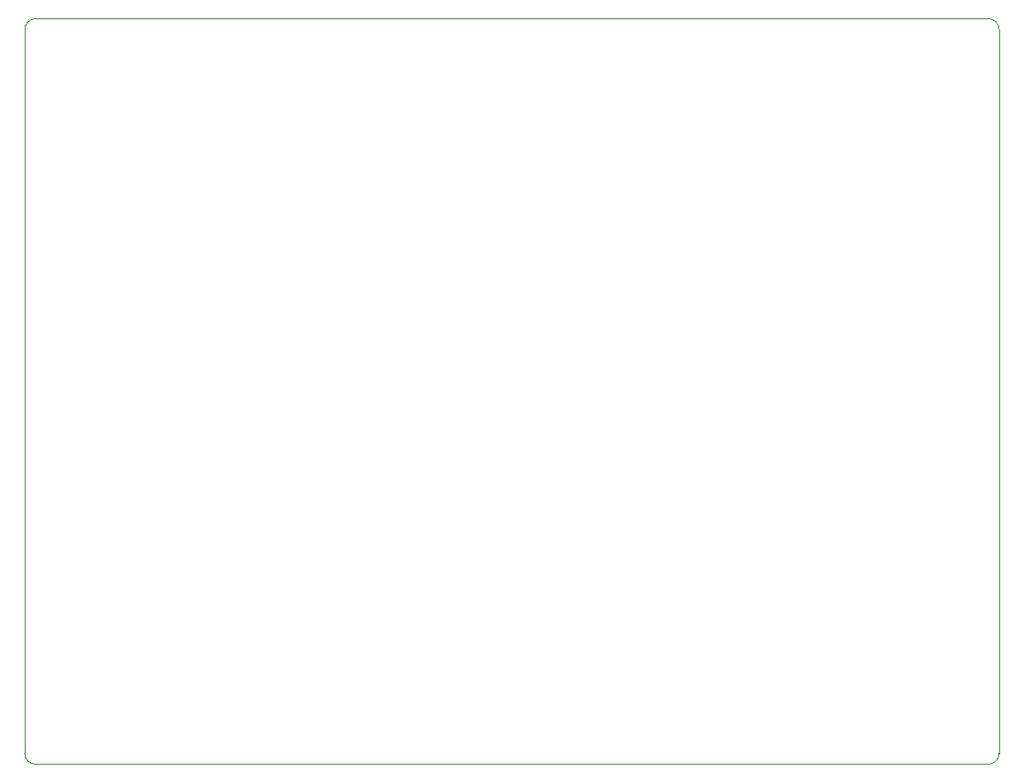
<source format=gm1>
%TF.GenerationSoftware,KiCad,Pcbnew,(5.1.12)-1*%
%TF.CreationDate,2021-12-05T03:50:00-08:00*%
%TF.ProjectId,orthodox_v3,6f727468-6f64-46f7-985f-76332e6b6963,rev?*%
%TF.SameCoordinates,Original*%
%TF.FileFunction,Profile,NP*%
%FSLAX46Y46*%
G04 Gerber Fmt 4.6, Leading zero omitted, Abs format (unit mm)*
G04 Created by KiCad (PCBNEW (5.1.12)-1) date 2021-12-05 03:50:00*
%MOMM*%
%LPD*%
G01*
G04 APERTURE LIST*
%TA.AperFunction,Profile*%
%ADD10C,0.050000*%
%TD*%
G04 APERTURE END LIST*
D10*
X116961000Y-92549900D02*
X116961000Y-93455400D01*
X116961000Y-93455400D02*
G75*
G02*
X115961000Y-94455400I-1000000J0D01*
G01*
X26961000Y-92549900D02*
X26957100Y-93455400D01*
X27957100Y-94455400D02*
G75*
G02*
X26957100Y-93455400I0J1000000D01*
G01*
X27957100Y-94455400D02*
X115961000Y-94455400D01*
X115961000Y-25549900D02*
G75*
G02*
X116961000Y-26549900I0J-1000000D01*
G01*
X26961000Y-26549900D02*
G75*
G02*
X27961000Y-25549900I1000000J0D01*
G01*
X115461000Y-25549900D02*
X115961000Y-25549900D01*
X28461000Y-25549900D02*
X27961000Y-25549900D01*
X26961000Y-92549900D02*
X26961000Y-26549900D01*
X116961000Y-26549900D02*
X116961000Y-92549900D01*
X28461000Y-25549900D02*
X115461000Y-25549900D01*
M02*

</source>
